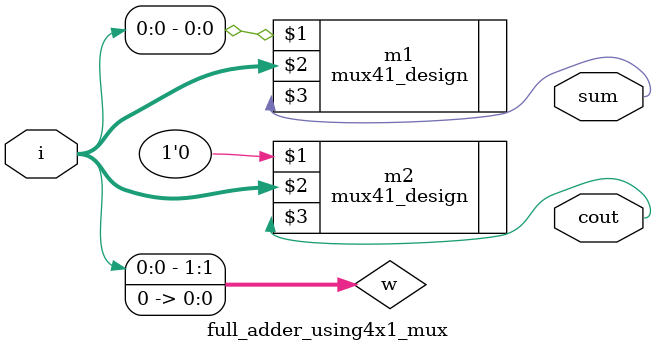
<source format=v>
`timescale 1ns / 1ps


module full_adder_using4x1_mux(i,sum,cout);
input [2:0]i;
output sum, cout;
wire [1:0]w;
assign w[1] = {i[0],~i[0],~i[0],i[0]};
assign w[0] = {1'b1,i[0],i[0],1'b0};
mux41_design m1(w[1],i,sum);
mux41_design m2(w[0],i,cout);
endmodule

</source>
